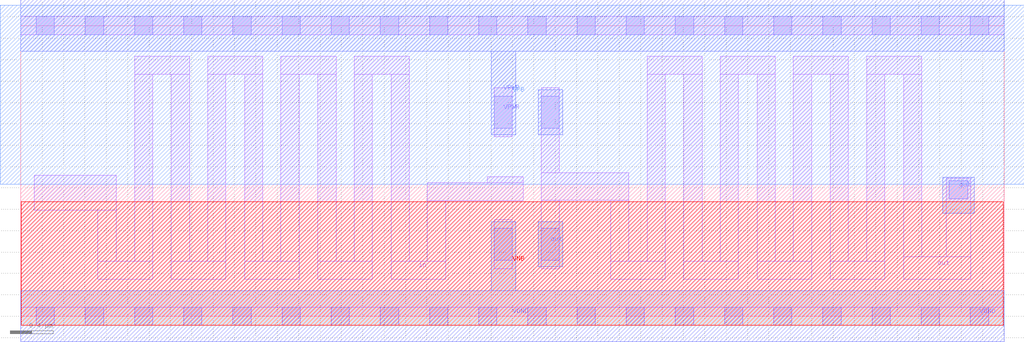
<source format=lef>
VERSION 5.7 ;
  NOWIREEXTENSIONATPIN ON ;
  DIVIDERCHAR "/" ;
  BUSBITCHARS "[]" ;
MACRO sky130_customcell
  CLASS CORE ;
  FOREIGN sky130_customcell ;
  ORIGIN 0.000 0.000 ;
  SIZE 9.200 BY 2.720 ;
  SITE unithd ;
  PIN in
    DIRECTION INPUT ;
    USE SIGNAL ;
    ANTENNAGATEAREA 0.126000 ;
    PORT
      LAYER li1 ;
        RECT 1.065 2.265 1.580 2.435 ;
        RECT 0.125 0.990 0.895 1.320 ;
        RECT 0.720 0.515 0.895 0.990 ;
        RECT 1.065 0.515 1.235 2.265 ;
        RECT 0.720 0.345 1.235 0.515 ;
        RECT 1.410 0.515 1.580 2.265 ;
        RECT 1.750 2.265 2.265 2.435 ;
        RECT 1.750 0.515 1.920 2.265 ;
        RECT 1.410 0.345 1.920 0.515 ;
        RECT 2.095 0.515 2.265 2.265 ;
        RECT 2.435 2.265 2.950 2.435 ;
        RECT 2.435 0.515 2.605 2.265 ;
        RECT 2.095 0.345 2.605 0.515 ;
        RECT 2.780 0.515 2.950 2.265 ;
        RECT 3.120 2.265 3.635 2.435 ;
        RECT 3.120 0.515 3.290 2.265 ;
        RECT 2.780 0.345 3.290 0.515 ;
        RECT 3.465 0.515 3.635 2.265 ;
        RECT 4.365 1.250 4.700 1.305 ;
        RECT 3.805 1.080 4.700 1.250 ;
        RECT 3.805 0.515 3.975 1.080 ;
        RECT 3.465 0.345 3.975 0.515 ;
    END
  END in
  PIN out
    DIRECTION OUTPUT ;
    USE SIGNAL ;
    ANTENNADIFFAREA 0.243600 ;
    PORT
      LAYER li1 ;
        RECT 5.860 2.265 6.375 2.435 ;
        RECT 4.870 1.345 5.040 2.140 ;
        RECT 4.870 1.085 5.690 1.345 ;
        RECT 4.870 0.445 5.040 1.085 ;
        RECT 5.520 0.515 5.690 1.085 ;
        RECT 5.860 0.515 6.030 2.265 ;
        RECT 5.520 0.345 6.030 0.515 ;
        RECT 6.205 0.515 6.375 2.265 ;
        RECT 6.545 2.265 7.060 2.435 ;
        RECT 6.545 0.515 6.715 2.265 ;
        RECT 6.205 0.345 6.715 0.515 ;
        RECT 6.890 0.515 7.060 2.265 ;
        RECT 7.230 2.265 7.745 2.435 ;
        RECT 7.230 0.515 7.400 2.265 ;
        RECT 6.890 0.345 7.400 0.515 ;
        RECT 7.575 0.515 7.745 2.265 ;
        RECT 7.915 2.265 8.430 2.435 ;
        RECT 7.915 0.515 8.085 2.265 ;
        RECT 7.575 0.345 8.085 0.515 ;
        RECT 8.260 0.555 8.430 2.265 ;
        RECT 8.660 0.555 8.890 1.290 ;
        RECT 8.260 0.345 8.890 0.555 ;
      LAYER mcon ;
        RECT 4.870 1.760 5.040 2.060 ;
        RECT 4.870 0.525 5.040 0.825 ;
        RECT 8.690 1.100 8.860 1.270 ;
      LAYER met1 ;
        RECT 4.840 1.700 5.070 2.120 ;
        RECT 8.625 0.965 8.920 1.300 ;
        RECT 4.840 0.465 5.070 0.885 ;
    END
  END out
  PIN VPWR
    DIRECTION INOUT ;
    USE POWER ;
    SHAPE ABUTMENT ;
    PORT
      LAYER li1 ;
        RECT 0.000 2.635 9.200 2.805 ;
        RECT 4.430 1.680 4.600 2.140 ;
      LAYER mcon ;
        RECT 0.145 2.635 0.315 2.805 ;
        RECT 0.605 2.635 0.775 2.805 ;
        RECT 1.065 2.635 1.235 2.805 ;
        RECT 1.525 2.635 1.695 2.805 ;
        RECT 1.985 2.635 2.155 2.805 ;
        RECT 2.445 2.635 2.615 2.805 ;
        RECT 2.905 2.635 3.075 2.805 ;
        RECT 3.365 2.635 3.535 2.805 ;
        RECT 3.825 2.635 3.995 2.805 ;
        RECT 4.285 2.635 4.455 2.805 ;
        RECT 4.745 2.635 4.915 2.805 ;
        RECT 5.205 2.635 5.375 2.805 ;
        RECT 5.665 2.635 5.835 2.805 ;
        RECT 6.125 2.635 6.295 2.805 ;
        RECT 6.585 2.635 6.755 2.805 ;
        RECT 7.045 2.635 7.215 2.805 ;
        RECT 7.505 2.635 7.675 2.805 ;
        RECT 7.965 2.635 8.135 2.805 ;
        RECT 8.425 2.635 8.595 2.805 ;
        RECT 8.885 2.635 9.055 2.805 ;
        RECT 4.430 1.760 4.600 2.060 ;
      LAYER met1 ;
        RECT 0.000 2.480 9.200 2.960 ;
        RECT 4.400 1.700 4.630 2.480 ;
    END
  END VPWR
  PIN VGND
    DIRECTION INOUT ;
    USE GROUND ;
    SHAPE ABUTMENT ;
    PORT
      LAYER li1 ;
        RECT 4.430 0.445 4.600 0.905 ;
        RECT 0.000 -0.085 9.200 0.085 ;
      LAYER mcon ;
        RECT 4.430 0.525 4.600 0.825 ;
        RECT 0.145 -0.085 0.315 0.085 ;
        RECT 0.605 -0.085 0.775 0.085 ;
        RECT 1.065 -0.085 1.235 0.085 ;
        RECT 1.525 -0.085 1.695 0.085 ;
        RECT 1.985 -0.085 2.155 0.085 ;
        RECT 2.445 -0.085 2.615 0.085 ;
        RECT 2.905 -0.085 3.075 0.085 ;
        RECT 3.365 -0.085 3.535 0.085 ;
        RECT 3.825 -0.085 3.995 0.085 ;
        RECT 4.285 -0.085 4.455 0.085 ;
        RECT 4.745 -0.085 4.915 0.085 ;
        RECT 5.205 -0.085 5.375 0.085 ;
        RECT 5.665 -0.085 5.835 0.085 ;
        RECT 6.125 -0.085 6.295 0.085 ;
        RECT 6.585 -0.085 6.755 0.085 ;
        RECT 7.045 -0.085 7.215 0.085 ;
        RECT 7.505 -0.085 7.675 0.085 ;
        RECT 7.965 -0.085 8.135 0.085 ;
        RECT 8.425 -0.085 8.595 0.085 ;
        RECT 8.885 -0.085 9.055 0.085 ;
      LAYER met1 ;
        RECT 4.400 0.240 4.630 0.885 ;
        RECT 0.000 -0.240 9.200 0.240 ;
    END
  END VGND
  PIN VPB
    DIRECTION INOUT ;
    USE POWER ;
    PORT
      LAYER nwell ;
        RECT -0.190 1.235 9.390 2.910 ;
    END
  END VPB
  PIN VNB
    DIRECTION INOUT ;
    USE GROUND ;
    PORT
      LAYER pwell ;
        RECT 0.005 -0.085 9.195 1.070 ;
    END
  END VNB
END sky130_customcell
END LIBRARY


</source>
